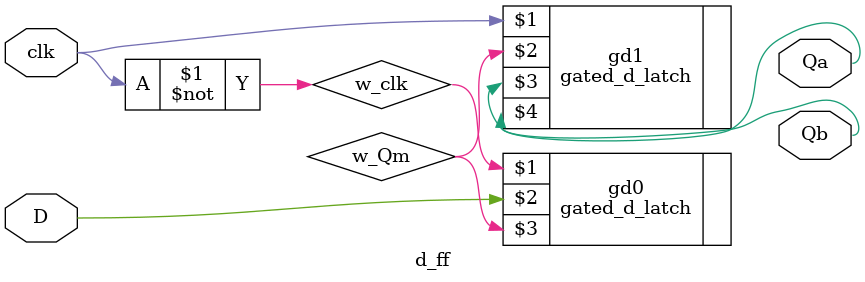
<source format=v>
module d_ff(
input 			clk,
input				D,
output 			Qa,
output 			Qb
);

	wire w_Qm, w_clk;
	
	gated_d_latch gd0(w_clk, D, w_Qm, );
	gated_d_latch gd1(clk, w_Qm, Qa, Qb);
	
	assign w_clk = ~clk;



endmodule
</source>
